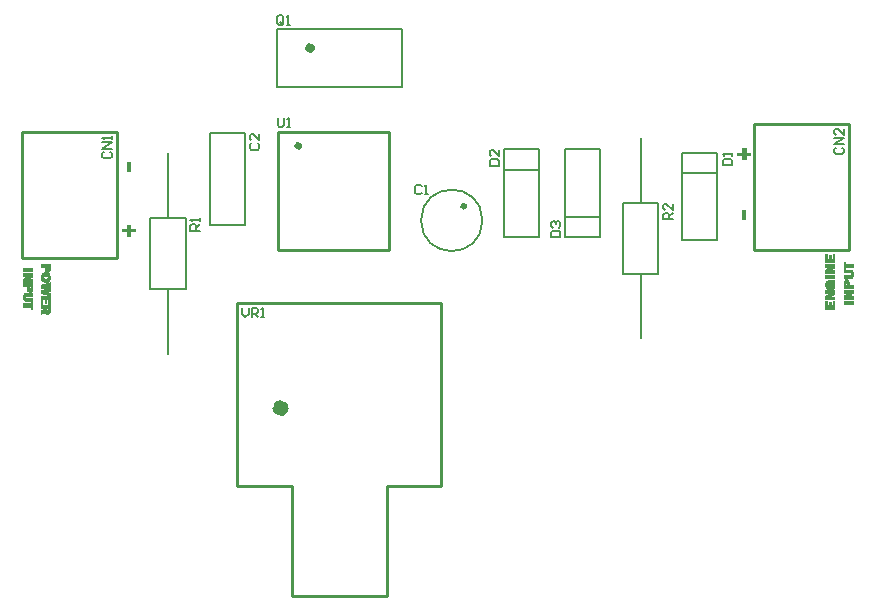
<source format=gto>
G04*
G04 #@! TF.GenerationSoftware,Altium Limited,Altium Designer,20.0.10 (225)*
G04*
G04 Layer_Color=65535*
%FSLAX25Y25*%
%MOIN*%
G70*
G01*
G75*
%ADD10C,0.00787*%
%ADD11C,0.01575*%
%ADD12C,0.02756*%
%ADD13C,0.01968*%
%ADD14C,0.04724*%
%ADD15C,0.00311*%
%ADD16C,0.00367*%
%ADD17C,0.00172*%
%ADD18C,0.00180*%
%ADD19C,0.00984*%
%ADD20C,0.00591*%
D10*
X155905Y72835D02*
G03*
X155905Y72835I-10236J0D01*
G01*
X222441Y88583D02*
X234252D01*
X222441Y66142D02*
Y95276D01*
X234252D01*
Y66142D02*
Y95276D01*
X225394Y66142D02*
X231299D01*
X234252D01*
X222441D02*
X225394D01*
X202756Y55118D02*
X208661D01*
X214567D01*
Y78740D01*
X202756D02*
X214567D01*
X202756Y55118D02*
Y78740D01*
X208661Y33465D02*
Y55118D01*
Y78740D02*
Y100394D01*
X183369Y74016D02*
X195180D01*
Y67323D02*
Y96457D01*
X183369Y67323D02*
X195180D01*
X183369D02*
Y96457D01*
X186322D02*
X192228D01*
X183369D02*
X186322D01*
X192228D02*
X195180D01*
X163066Y89764D02*
X174877D01*
X163066Y67323D02*
Y96457D01*
X174877D01*
Y67323D02*
Y96457D01*
X166019Y67323D02*
X171924D01*
X174877D01*
X163066D02*
X166019D01*
X87402Y117323D02*
X129134D01*
Y136588D01*
X87402D02*
X129134D01*
X87402Y117323D02*
Y136588D01*
X64961Y101969D02*
X76772D01*
X64961Y71260D02*
Y101969D01*
Y71260D02*
X76772D01*
Y101969D01*
X45229Y50000D02*
X51134D01*
X57040D01*
Y73622D01*
X45229D02*
X57040D01*
X45229Y50000D02*
Y73622D01*
X51134Y28346D02*
Y50000D01*
Y73622D02*
Y95276D01*
D11*
X150000Y77559D02*
G03*
X150000Y77559I-394J0D01*
G01*
D12*
X98819Y130315D02*
G03*
X98819Y130315I-394J0D01*
G01*
D13*
X94882Y97638D02*
G03*
X94882Y97638I-394J0D01*
G01*
D14*
X88976Y10236D02*
G03*
X88976Y10236I-394J0D01*
G01*
D15*
X37339Y71416D02*
X38583D01*
X37339Y71106D02*
X38583D01*
X37339Y70795D02*
X38583D01*
X37339Y70484D02*
X38583D01*
X37339Y70173D02*
X38583D01*
X35784Y69862D02*
X40137D01*
X35784Y69551D02*
X40137D01*
X35784Y69240D02*
X40137D01*
X37339Y68929D02*
X38583D01*
X37339Y68618D02*
X38583D01*
X37339Y68307D02*
X38583D01*
X37339Y67996D02*
X38583D01*
X37339Y67685D02*
X38583D01*
X242457Y96933D02*
X243701D01*
X242457Y96622D02*
X243701D01*
X242457Y96311D02*
X243701D01*
X242457Y96000D02*
X243701D01*
X242457Y95689D02*
X243701D01*
X240902Y95378D02*
X245255D01*
X240902Y95067D02*
X245255D01*
X240902Y94757D02*
X245255D01*
X242457Y94446D02*
X243701D01*
X242457Y94135D02*
X243701D01*
X242457Y93824D02*
X243701D01*
X242457Y93513D02*
X243701D01*
X242457Y93202D02*
X243701D01*
D16*
X37258Y89190D02*
Y92126D01*
X37625Y89190D02*
Y92126D01*
X37992Y89190D02*
Y92126D01*
X38359Y89190D02*
Y92126D01*
X242376Y73246D02*
Y76181D01*
X242743Y73246D02*
Y76181D01*
X243110Y73246D02*
Y76181D01*
X243477Y73246D02*
Y76181D01*
D17*
X11664Y56329D02*
Y58397D01*
Y53227D02*
Y54433D01*
Y50986D02*
Y52193D01*
Y49435D02*
Y50469D01*
Y47884D02*
Y48745D01*
Y44954D02*
Y47539D01*
Y42368D02*
Y44609D01*
X11492Y55984D02*
Y58397D01*
Y52882D02*
Y54778D01*
Y50986D02*
Y52020D01*
Y49435D02*
Y50469D01*
Y47884D02*
Y48745D01*
Y44954D02*
Y47539D01*
Y42024D02*
Y44609D01*
X11319Y55812D02*
Y58397D01*
Y52710D02*
Y55123D01*
Y50986D02*
Y52020D01*
Y49435D02*
Y50469D01*
Y47884D02*
Y48745D01*
Y44954D02*
Y47539D01*
Y41851D02*
Y44609D01*
X11147Y55640D02*
Y58397D01*
Y52537D02*
Y55123D01*
Y50986D02*
Y52020D01*
Y49262D02*
Y50469D01*
Y48056D02*
Y48918D01*
Y44954D02*
Y47539D01*
Y41679D02*
Y44609D01*
X10975Y57363D02*
Y58397D01*
Y55640D02*
Y56846D01*
Y54088D02*
Y55295D01*
Y52365D02*
Y53744D01*
Y50814D02*
Y52020D01*
Y49262D02*
Y50641D01*
Y48056D02*
Y48918D01*
Y46505D02*
Y47539D01*
Y43575D02*
Y44609D01*
Y41679D02*
Y42885D01*
X10802Y57363D02*
Y58397D01*
Y55640D02*
Y56846D01*
Y54261D02*
Y55295D01*
Y52365D02*
Y53571D01*
Y50814D02*
Y51848D01*
Y49262D02*
Y50641D01*
Y48056D02*
Y48918D01*
Y46505D02*
Y47539D01*
Y43575D02*
Y44609D01*
Y41679D02*
Y42885D01*
X10630Y57363D02*
Y58397D01*
Y55640D02*
Y56846D01*
Y54261D02*
Y55467D01*
Y52365D02*
Y53399D01*
Y49262D02*
Y51848D01*
Y48228D02*
Y48918D01*
Y46505D02*
Y47539D01*
Y43575D02*
Y44609D01*
Y41679D02*
Y42885D01*
X10458Y55812D02*
Y58397D01*
Y54261D02*
Y55467D01*
Y52365D02*
Y53399D01*
Y48228D02*
Y51848D01*
Y45298D02*
Y47539D01*
Y41679D02*
Y44609D01*
X10285Y55812D02*
Y58397D01*
Y54261D02*
Y55467D01*
Y52365D02*
Y53399D01*
Y48228D02*
Y51675D01*
Y45298D02*
Y47539D01*
Y41851D02*
Y44609D01*
X10113Y55984D02*
Y58397D01*
Y54261D02*
Y55467D01*
Y52365D02*
Y53399D01*
Y48228D02*
Y51675D01*
Y45298D02*
Y47539D01*
Y42024D02*
Y44609D01*
X9940Y56329D02*
Y58397D01*
Y54261D02*
Y55467D01*
Y52365D02*
Y53399D01*
Y48401D02*
Y51675D01*
Y45298D02*
Y47539D01*
Y42196D02*
Y44609D01*
X9768Y57363D02*
Y58397D01*
Y54261D02*
Y55467D01*
Y52365D02*
Y53571D01*
Y50124D02*
Y51675D01*
Y48401D02*
Y49952D01*
Y46505D02*
Y47539D01*
Y43575D02*
Y44609D01*
Y42196D02*
Y43402D01*
X9596Y57363D02*
Y58397D01*
Y54261D02*
Y55295D01*
Y52365D02*
Y53571D01*
Y50124D02*
Y51503D01*
Y48401D02*
Y49952D01*
Y46505D02*
Y47539D01*
Y43575D02*
Y44609D01*
Y42024D02*
Y43230D01*
X9423Y57363D02*
Y58397D01*
Y54088D02*
Y55295D01*
Y52537D02*
Y53744D01*
Y50124D02*
Y51503D01*
Y48401D02*
Y49780D01*
Y46505D02*
Y47539D01*
Y43575D02*
Y44609D01*
Y42024D02*
Y43230D01*
X9251Y57363D02*
Y58397D01*
Y52537D02*
Y55123D01*
Y50124D02*
Y51503D01*
Y48573D02*
Y49780D01*
Y44954D02*
Y47539D01*
Y43575D02*
Y44609D01*
Y41851D02*
Y43058D01*
X9079Y57363D02*
Y58397D01*
Y52710D02*
Y55123D01*
Y50297D02*
Y51503D01*
Y48573D02*
Y49780D01*
Y44954D02*
Y47539D01*
Y43575D02*
Y44609D01*
Y41851D02*
Y43058D01*
X8906Y57363D02*
Y58397D01*
Y52882D02*
Y54778D01*
Y50297D02*
Y51331D01*
Y48573D02*
Y49607D01*
Y44954D02*
Y47539D01*
Y43575D02*
Y44609D01*
Y41679D02*
Y42885D01*
X8734Y57363D02*
Y58397D01*
Y53227D02*
Y54433D01*
Y50297D02*
Y51331D01*
Y48573D02*
Y49607D01*
Y44954D02*
Y47539D01*
Y43575D02*
Y44609D01*
Y41679D02*
Y42885D01*
X5804Y55984D02*
Y57019D01*
Y54261D02*
Y55295D01*
Y52365D02*
Y53399D01*
Y49780D02*
Y51848D01*
Y47711D02*
Y48745D01*
Y45988D02*
Y46850D01*
Y43402D02*
Y45815D01*
X5632Y55984D02*
Y57019D01*
Y54088D02*
Y55295D01*
Y52365D02*
Y53399D01*
Y49435D02*
Y51848D01*
Y47711D02*
Y48745D01*
Y45988D02*
Y46850D01*
Y43402D02*
Y45815D01*
X5459Y55984D02*
Y57019D01*
Y53916D02*
Y55295D01*
Y52365D02*
Y53399D01*
Y49262D02*
Y51848D01*
Y47711D02*
Y48745D01*
Y45988D02*
Y46850D01*
Y43402D02*
Y45815D01*
X5287Y55984D02*
Y57019D01*
Y53916D02*
Y55295D01*
Y52365D02*
Y53399D01*
Y49090D02*
Y51848D01*
Y47711D02*
Y48745D01*
Y45988D02*
Y46850D01*
Y43402D02*
Y45815D01*
X5114Y55984D02*
Y57019D01*
Y53744D02*
Y55295D01*
Y52365D02*
Y53399D01*
Y50814D02*
Y51848D01*
Y49090D02*
Y50297D01*
Y47711D02*
Y48745D01*
Y45988D02*
Y46850D01*
Y44092D02*
Y45126D01*
X4942Y55984D02*
Y57019D01*
Y53571D02*
Y55295D01*
Y52365D02*
Y53399D01*
Y50814D02*
Y51848D01*
Y49090D02*
Y50297D01*
Y47711D02*
Y48745D01*
Y45988D02*
Y46850D01*
Y44092D02*
Y45126D01*
X4770Y55984D02*
Y57019D01*
Y53571D02*
Y55295D01*
Y52365D02*
Y53399D01*
Y50814D02*
Y51848D01*
Y49090D02*
Y50297D01*
Y47711D02*
Y48745D01*
Y45988D02*
Y46850D01*
Y44092D02*
Y45126D01*
X4597Y55984D02*
Y57019D01*
Y52365D02*
Y55295D01*
Y49262D02*
Y51848D01*
Y47711D02*
Y48745D01*
Y45988D02*
Y46850D01*
Y44092D02*
Y45126D01*
X4425Y55984D02*
Y57019D01*
Y52365D02*
Y55295D01*
Y49262D02*
Y51848D01*
Y47711D02*
Y48745D01*
Y45988D02*
Y46850D01*
Y44092D02*
Y45126D01*
X4253Y55984D02*
Y57019D01*
Y52365D02*
Y55295D01*
Y49435D02*
Y51848D01*
Y47711D02*
Y48745D01*
Y45988D02*
Y46850D01*
Y44092D02*
Y45126D01*
X4080Y55984D02*
Y57019D01*
Y54433D02*
Y55295D01*
Y52365D02*
Y54261D01*
Y49780D02*
Y51848D01*
Y47711D02*
Y48745D01*
Y45988D02*
Y46850D01*
Y44092D02*
Y45126D01*
X3908Y55984D02*
Y57019D01*
Y54433D02*
Y55295D01*
Y52365D02*
Y54088D01*
Y50814D02*
Y51848D01*
Y47711D02*
Y48745D01*
Y45988D02*
Y46850D01*
Y44092D02*
Y45126D01*
X3736Y55984D02*
Y57019D01*
Y54433D02*
Y55295D01*
Y52365D02*
Y53916D01*
Y50814D02*
Y51848D01*
Y47711D02*
Y48745D01*
Y45988D02*
Y46850D01*
Y44092D02*
Y45126D01*
X3563Y55984D02*
Y57019D01*
Y54433D02*
Y55295D01*
Y52365D02*
Y53916D01*
Y50814D02*
Y51848D01*
Y47539D02*
Y48745D01*
Y45988D02*
Y47022D01*
Y44092D02*
Y45126D01*
X3391Y55984D02*
Y57019D01*
Y54433D02*
Y55295D01*
Y52365D02*
Y53744D01*
Y50814D02*
Y51848D01*
Y46160D02*
Y48745D01*
Y44092D02*
Y45126D01*
X3218Y55984D02*
Y57019D01*
Y54433D02*
Y55295D01*
Y52365D02*
Y53571D01*
Y50814D02*
Y51848D01*
Y46160D02*
Y48573D01*
Y44092D02*
Y45126D01*
X3046Y55984D02*
Y57019D01*
Y54433D02*
Y55295D01*
Y52365D02*
Y53571D01*
Y50814D02*
Y51848D01*
Y46332D02*
Y48401D01*
Y44092D02*
Y45126D01*
X2874Y55984D02*
Y57019D01*
Y54433D02*
Y55295D01*
Y52365D02*
Y53399D01*
Y50814D02*
Y51848D01*
Y46677D02*
Y48056D01*
Y44092D02*
Y45126D01*
D18*
X270136Y43409D02*
Y46113D01*
Y46473D02*
Y47555D01*
Y48456D02*
Y49537D01*
Y50799D02*
Y52060D01*
Y53502D02*
Y54584D01*
Y55304D02*
Y56386D01*
Y57287D02*
Y58368D01*
Y58909D02*
Y61612D01*
X270317Y43409D02*
Y46113D01*
Y46473D02*
Y47735D01*
Y48456D02*
Y49537D01*
Y50438D02*
Y52421D01*
Y53502D02*
Y54584D01*
Y55304D02*
Y56566D01*
Y57287D02*
Y58368D01*
Y58909D02*
Y61612D01*
X270497Y43409D02*
Y46113D01*
Y46473D02*
Y47915D01*
Y48456D02*
Y49537D01*
Y50258D02*
Y52601D01*
Y53502D02*
Y54584D01*
Y55304D02*
Y56746D01*
Y57287D02*
Y58368D01*
Y58909D02*
Y61612D01*
X270677Y43409D02*
Y46113D01*
Y46473D02*
Y47915D01*
Y48456D02*
Y49537D01*
Y50078D02*
Y52781D01*
Y53502D02*
Y54584D01*
Y55304D02*
Y56746D01*
Y57287D02*
Y58368D01*
Y58909D02*
Y61612D01*
X270857Y43409D02*
Y44491D01*
Y46473D02*
Y48095D01*
Y48456D02*
Y49537D01*
Y50078D02*
Y51340D01*
Y51700D02*
Y52781D01*
Y53502D02*
Y54584D01*
Y55304D02*
Y56927D01*
Y57287D02*
Y58368D01*
Y58909D02*
Y59990D01*
X271038Y43409D02*
Y44491D01*
Y46473D02*
Y48276D01*
Y48456D02*
Y49537D01*
Y49898D02*
Y51159D01*
Y51700D02*
Y52961D01*
Y53502D02*
Y54584D01*
Y55304D02*
Y57107D01*
Y57287D02*
Y58368D01*
Y58909D02*
Y59990D01*
X271218Y43409D02*
Y44491D01*
Y46473D02*
Y48276D01*
Y48456D02*
Y49537D01*
Y49898D02*
Y51159D01*
Y51880D02*
Y52961D01*
Y53502D02*
Y54584D01*
Y55304D02*
Y57107D01*
Y57287D02*
Y58368D01*
Y58909D02*
Y59990D01*
X271398Y43409D02*
Y45752D01*
Y46473D02*
Y49537D01*
Y49898D02*
Y51159D01*
Y53502D02*
Y54584D01*
Y55304D02*
Y58368D01*
Y58909D02*
Y61252D01*
X271578Y43409D02*
Y45752D01*
Y46473D02*
Y49537D01*
Y49898D02*
Y50979D01*
Y51340D02*
Y52961D01*
Y53502D02*
Y54584D01*
Y55304D02*
Y58368D01*
Y58909D02*
Y61252D01*
X271759Y43409D02*
Y45752D01*
Y46473D02*
Y49537D01*
Y49898D02*
Y50979D01*
Y51340D02*
Y52961D01*
Y53502D02*
Y54584D01*
Y55304D02*
Y58368D01*
Y58909D02*
Y61252D01*
X271939Y43409D02*
Y45752D01*
Y46473D02*
Y47374D01*
Y47555D02*
Y49537D01*
Y49898D02*
Y51159D01*
Y51340D02*
Y52961D01*
Y53502D02*
Y54584D01*
Y55304D02*
Y56206D01*
Y56386D02*
Y58368D01*
Y58909D02*
Y61252D01*
X272119Y43409D02*
Y44491D01*
Y46473D02*
Y47374D01*
Y47735D02*
Y49537D01*
Y49898D02*
Y51159D01*
Y51340D02*
Y52961D01*
Y53502D02*
Y54584D01*
Y55304D02*
Y56206D01*
Y56566D02*
Y58368D01*
Y58909D02*
Y59990D01*
X272299Y43409D02*
Y44491D01*
Y46473D02*
Y47374D01*
Y47915D02*
Y49537D01*
Y49898D02*
Y51159D01*
Y51880D02*
Y52961D01*
Y53502D02*
Y54584D01*
Y55304D02*
Y56206D01*
Y56746D02*
Y58368D01*
Y58909D02*
Y59990D01*
X272479Y43409D02*
Y44491D01*
Y46473D02*
Y47374D01*
Y47915D02*
Y49537D01*
Y50078D02*
Y51340D01*
Y51700D02*
Y52961D01*
Y53502D02*
Y54584D01*
Y55304D02*
Y56206D01*
Y56746D02*
Y58368D01*
Y58909D02*
Y59990D01*
X272660Y43409D02*
Y46113D01*
Y46473D02*
Y47374D01*
Y48095D02*
Y49537D01*
Y50078D02*
Y52961D01*
Y53502D02*
Y54584D01*
Y55304D02*
Y56206D01*
Y56927D02*
Y58368D01*
Y58909D02*
Y61612D01*
X272840Y43409D02*
Y46113D01*
Y46473D02*
Y47374D01*
Y48276D02*
Y49537D01*
Y50258D02*
Y52961D01*
Y53502D02*
Y54584D01*
Y55304D02*
Y56206D01*
Y57107D02*
Y58368D01*
Y58909D02*
Y61612D01*
X273020Y43409D02*
Y46113D01*
Y46473D02*
Y47374D01*
Y48276D02*
Y49537D01*
Y50438D02*
Y52961D01*
Y53502D02*
Y54584D01*
Y55304D02*
Y56206D01*
Y57107D02*
Y58368D01*
Y58909D02*
Y61612D01*
X273200Y43409D02*
Y46113D01*
Y46473D02*
Y47374D01*
Y48456D02*
Y49537D01*
Y50799D02*
Y51880D01*
Y52241D02*
Y52961D01*
Y53502D02*
Y54584D01*
Y55304D02*
Y56206D01*
Y57287D02*
Y58368D01*
Y58909D02*
Y61612D01*
X276264Y44851D02*
Y45933D01*
Y46654D02*
Y47735D01*
Y48636D02*
Y49717D01*
Y50258D02*
Y52421D01*
Y53502D02*
Y54584D01*
Y55485D02*
Y56386D01*
Y56566D02*
Y59089D01*
X276444Y44851D02*
Y45933D01*
Y46654D02*
Y47915D01*
Y48636D02*
Y49717D01*
Y50258D02*
Y52781D01*
Y53502D02*
Y54584D01*
Y55485D02*
Y56386D01*
Y56566D02*
Y59089D01*
X276625Y44851D02*
Y45933D01*
Y46654D02*
Y48095D01*
Y48636D02*
Y49717D01*
Y50258D02*
Y52961D01*
Y53502D02*
Y54584D01*
Y55485D02*
Y56386D01*
Y56566D02*
Y59089D01*
X276805Y44851D02*
Y45933D01*
Y46654D02*
Y48095D01*
Y48636D02*
Y49717D01*
Y50258D02*
Y53142D01*
Y53502D02*
Y54584D01*
Y55485D02*
Y56386D01*
Y56566D02*
Y59089D01*
X276985Y44851D02*
Y45933D01*
Y46654D02*
Y48276D01*
Y48636D02*
Y49717D01*
Y50258D02*
Y51340D01*
Y51880D02*
Y53142D01*
Y53502D02*
Y54584D01*
Y55485D02*
Y56386D01*
Y57287D02*
Y58368D01*
X277165Y44851D02*
Y45933D01*
Y46654D02*
Y48456D01*
Y48636D02*
Y49717D01*
Y50258D02*
Y51340D01*
Y51880D02*
Y53142D01*
Y53502D02*
Y54584D01*
Y55485D02*
Y56386D01*
Y57287D02*
Y58368D01*
X277346Y44851D02*
Y45933D01*
Y46654D02*
Y48456D01*
Y48636D02*
Y49717D01*
Y50258D02*
Y51340D01*
Y51880D02*
Y53142D01*
Y53502D02*
Y54584D01*
Y55485D02*
Y56386D01*
Y57287D02*
Y58368D01*
X277526Y44851D02*
Y45933D01*
Y46654D02*
Y49717D01*
Y50258D02*
Y52961D01*
Y53502D02*
Y54584D01*
Y55485D02*
Y56386D01*
Y57287D02*
Y58368D01*
X277706Y44851D02*
Y45933D01*
Y46654D02*
Y49717D01*
Y50258D02*
Y52961D01*
Y53502D02*
Y54584D01*
Y55485D02*
Y56386D01*
Y57287D02*
Y58368D01*
X277886Y44851D02*
Y45933D01*
Y46654D02*
Y49717D01*
Y50258D02*
Y52781D01*
Y53502D02*
Y54584D01*
Y55485D02*
Y56386D01*
Y57287D02*
Y58368D01*
X278066Y44851D02*
Y45933D01*
Y46654D02*
Y47555D01*
Y47735D02*
Y49717D01*
Y50258D02*
Y52421D01*
Y53502D02*
Y54584D01*
Y55485D02*
Y56386D01*
Y57287D02*
Y58368D01*
X278247Y44851D02*
Y45933D01*
Y46654D02*
Y47555D01*
Y47915D02*
Y49717D01*
Y50258D02*
Y51340D01*
Y53502D02*
Y54584D01*
Y55485D02*
Y56386D01*
Y57287D02*
Y58368D01*
X278427Y44851D02*
Y45933D01*
Y46654D02*
Y47555D01*
Y48095D02*
Y49717D01*
Y50258D02*
Y51340D01*
Y53502D02*
Y54584D01*
Y55485D02*
Y56386D01*
Y57287D02*
Y58368D01*
X278607Y44851D02*
Y45933D01*
Y46654D02*
Y47555D01*
Y48095D02*
Y49717D01*
Y50258D02*
Y51340D01*
Y53502D02*
Y54764D01*
Y55304D02*
Y56386D01*
Y57287D02*
Y58368D01*
X278787Y44851D02*
Y45933D01*
Y46654D02*
Y47555D01*
Y48276D02*
Y49717D01*
Y50258D02*
Y51340D01*
Y53502D02*
Y56206D01*
Y57287D02*
Y58368D01*
X278968Y44851D02*
Y45933D01*
Y46654D02*
Y47555D01*
Y48456D02*
Y49717D01*
Y50258D02*
Y51340D01*
Y53682D02*
Y56206D01*
Y57287D02*
Y58368D01*
X279148Y44851D02*
Y45933D01*
Y46654D02*
Y47555D01*
Y48456D02*
Y49717D01*
Y50258D02*
Y51340D01*
Y53863D02*
Y56025D01*
Y57287D02*
Y58368D01*
X279328Y44851D02*
Y45933D01*
Y46654D02*
Y47555D01*
Y48636D02*
Y49717D01*
Y50258D02*
Y51340D01*
Y54223D02*
Y55665D01*
Y57287D02*
Y58368D01*
D19*
X277953Y62992D02*
Y105118D01*
X246457Y62992D02*
X277953D01*
X246457D02*
Y105118D01*
X277953D01*
X124803Y62992D02*
Y102362D01*
X87795Y62992D02*
X124803D01*
X87795D02*
Y102362D01*
X124803D01*
X2520Y60236D02*
Y102362D01*
X34016D01*
Y60236D02*
Y102362D01*
X2520Y60236D02*
X34016D01*
X74142Y-15748D02*
X92520D01*
X74142D02*
Y45400D01*
X92520Y-52362D02*
X124016D01*
Y-15748D01*
X142126D01*
X92520Y-52362D02*
Y-15748D01*
X142111Y20933D02*
Y45400D01*
X74142D02*
X142111D01*
Y-15748D02*
Y20933D01*
D20*
X75854Y43700D02*
Y41601D01*
X76904Y40552D01*
X77953Y41601D01*
Y43700D01*
X79003Y40552D02*
Y43700D01*
X80577D01*
X81102Y43176D01*
Y42126D01*
X80577Y41601D01*
X79003D01*
X80052D02*
X81102Y40552D01*
X82151D02*
X83201D01*
X82676D01*
Y43700D01*
X82151Y43176D01*
X87665Y107086D02*
Y104462D01*
X88190Y103937D01*
X89239D01*
X89764Y104462D01*
Y107086D01*
X90813Y103937D02*
X91863D01*
X91338D01*
Y107086D01*
X90813Y106561D01*
X219291Y73164D02*
X216142D01*
Y74738D01*
X216667Y75263D01*
X217717D01*
X218241Y74738D01*
Y73164D01*
Y74213D02*
X219291Y75263D01*
Y78411D02*
Y76312D01*
X217192Y78411D01*
X216667D01*
X216142Y77886D01*
Y76837D01*
X216667Y76312D01*
X61614Y69358D02*
X58465D01*
Y70932D01*
X58990Y71457D01*
X60039D01*
X60564Y70932D01*
Y69358D01*
Y70407D02*
X61614Y71457D01*
Y72506D02*
Y73556D01*
Y73031D01*
X58465D01*
X58990Y72506D01*
X89567Y138517D02*
Y140617D01*
X89042Y141141D01*
X87993D01*
X87468Y140617D01*
Y138517D01*
X87993Y137993D01*
X89042D01*
X88517Y139042D02*
X89567Y137993D01*
X89042D02*
X89567Y138517D01*
X90617Y137993D02*
X91666D01*
X91141D01*
Y141141D01*
X90617Y140617D01*
X178741Y67258D02*
X181889D01*
Y68832D01*
X181365Y69357D01*
X179265D01*
X178741Y68832D01*
Y67258D01*
X179265Y70407D02*
X178741Y70931D01*
Y71981D01*
X179265Y72506D01*
X179790D01*
X180315Y71981D01*
Y71456D01*
Y71981D01*
X180840Y72506D01*
X181365D01*
X181889Y71981D01*
Y70931D01*
X181365Y70407D01*
X158268Y91077D02*
X161417D01*
Y92651D01*
X160892Y93176D01*
X158793D01*
X158268Y92651D01*
Y91077D01*
X161417Y96325D02*
Y94226D01*
X159318Y96325D01*
X158793D01*
X158268Y95800D01*
Y94750D01*
X158793Y94226D01*
X236024Y91208D02*
X239173D01*
Y92782D01*
X238648Y93307D01*
X236549D01*
X236024Y92782D01*
Y91208D01*
X239173Y94357D02*
Y95406D01*
Y94881D01*
X236024D01*
X236549Y94357D01*
X273754Y97114D02*
X273229Y96589D01*
Y95539D01*
X273754Y95015D01*
X275853D01*
X276377Y95539D01*
Y96589D01*
X275853Y97114D01*
X276377Y98163D02*
X273229D01*
X276377Y100262D01*
X273229D01*
X276377Y103411D02*
Y101312D01*
X274278Y103411D01*
X273754D01*
X273229Y102886D01*
Y101836D01*
X273754Y101312D01*
X29659Y95670D02*
X29134Y95145D01*
Y94095D01*
X29659Y93571D01*
X31758D01*
X32283Y94095D01*
Y95145D01*
X31758Y95670D01*
X32283Y96719D02*
X29134D01*
X32283Y98818D01*
X29134D01*
X32283Y99868D02*
Y100917D01*
Y100393D01*
X29134D01*
X29659Y99868D01*
X78872Y98491D02*
X78347Y97966D01*
Y96917D01*
X78872Y96392D01*
X80971D01*
X81496Y96917D01*
Y97966D01*
X80971Y98491D01*
X81496Y101640D02*
Y99541D01*
X79396Y101640D01*
X78872D01*
X78347Y101115D01*
Y100065D01*
X78872Y99541D01*
X135630Y84120D02*
X135105Y84645D01*
X134056D01*
X133531Y84120D01*
Y82021D01*
X134056Y81497D01*
X135105D01*
X135630Y82021D01*
X136679Y81497D02*
X137729D01*
X137204D01*
Y84645D01*
X136679Y84120D01*
M02*

</source>
